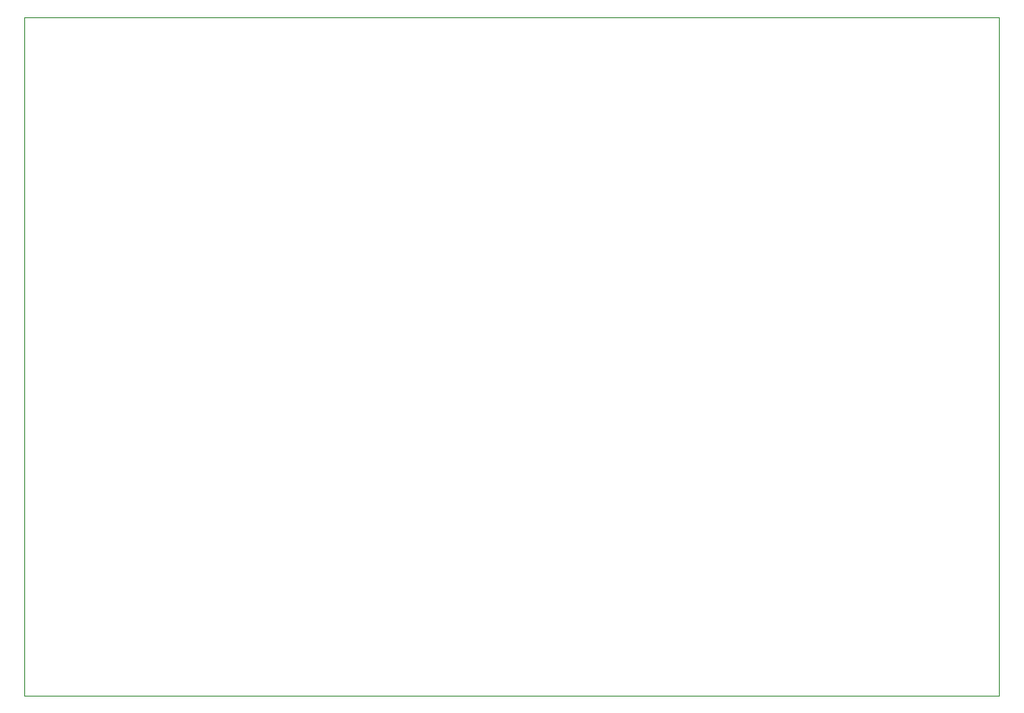
<source format=gbr>
G04 #@! TF.GenerationSoftware,KiCad,Pcbnew,(5.1.5)-3*
G04 #@! TF.CreationDate,2020-05-18T19:59:14+02:00*
G04 #@! TF.ProjectId,PONG_Display,504f4e47-5f44-4697-9370-6c61792e6b69,rev?*
G04 #@! TF.SameCoordinates,Original*
G04 #@! TF.FileFunction,Profile,NP*
%FSLAX46Y46*%
G04 Gerber Fmt 4.6, Leading zero omitted, Abs format (unit mm)*
G04 Created by KiCad (PCBNEW (5.1.5)-3) date 2020-05-18 19:59:14*
%MOMM*%
%LPD*%
G04 APERTURE LIST*
%ADD10C,0.050000*%
G04 APERTURE END LIST*
D10*
X107950000Y-11430000D02*
X107950000Y-77851000D01*
X12700000Y-11430000D02*
X107950000Y-11430000D01*
X12700000Y-77851000D02*
X12700000Y-11430000D01*
X107950000Y-77851000D02*
X12700000Y-77851000D01*
M02*

</source>
